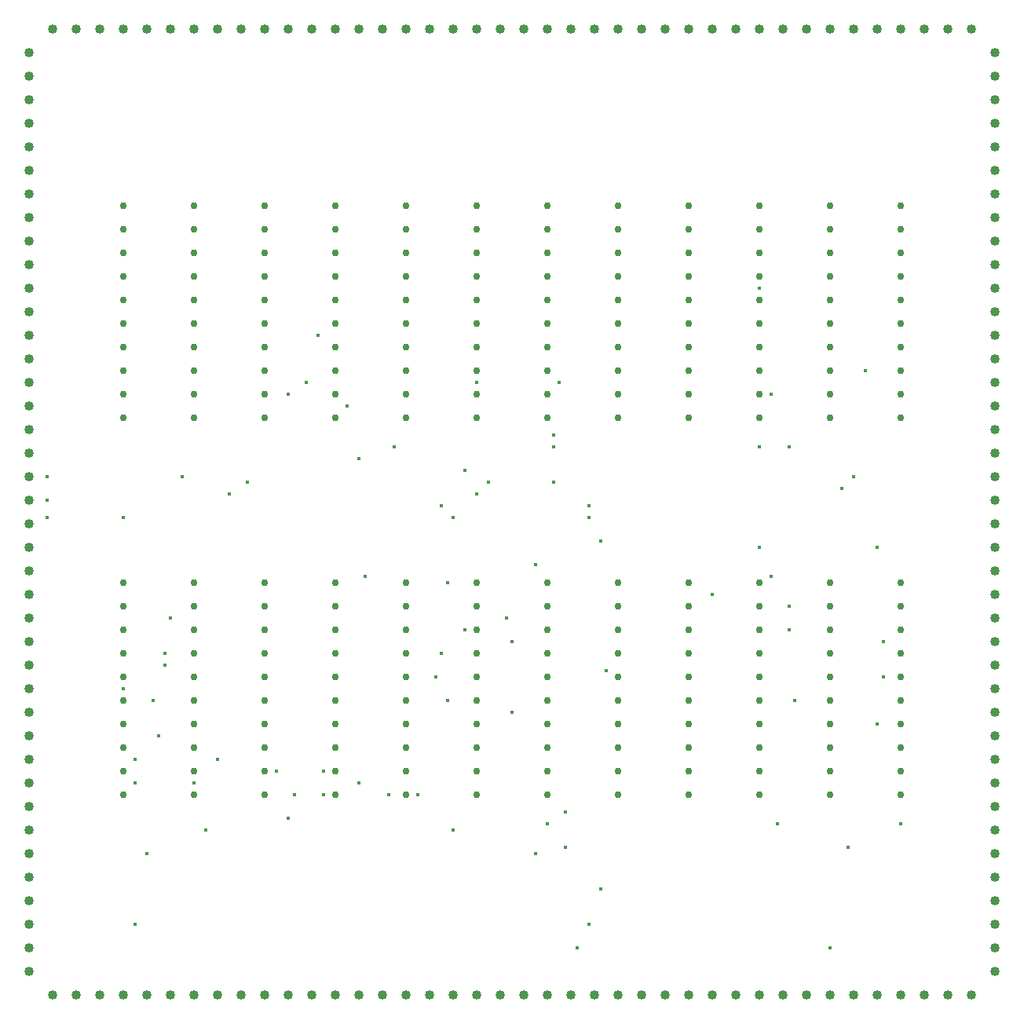
<source format=gbr>
G04 PROTEUS GERBER X2 FILE*
%TF.GenerationSoftware,Labcenter,Proteus,8.13-SP0-Build31525*%
%TF.CreationDate,2022-07-18T16:44:16+00:00*%
%TF.FileFunction,Plated,1,2,PTH*%
%TF.FilePolarity,Positive*%
%TF.Part,Single*%
%TF.SameCoordinates,{5cd33fac-9818-4aa8-8d23-16ed7fe0303d}*%
%FSLAX45Y45*%
%MOMM*%
G01*
%TA.AperFunction,ViaDrill*%
%ADD27C,0.381000*%
%TA.AperFunction,ComponentDrill*%
%ADD28C,1.016000*%
%TA.AperFunction,ComponentDrill*%
%ADD29C,0.762000*%
%TD.AperFunction*%
D27*
X-254000Y+63500D03*
X-2857500Y+63500D03*
X-1587500Y-952500D03*
X-698500Y-1016000D03*
X-3048000Y-63500D03*
X-381000Y-63500D03*
X-2349500Y-3302000D03*
X-2032000Y-3302000D03*
X-2540000Y-3048000D03*
X-2032000Y-3048000D03*
X-635000Y-3683000D03*
X-3302000Y-3683000D03*
X-1651000Y-3175000D03*
X-3429000Y-3175000D03*
X-2095500Y+1651000D03*
X-2222500Y+1143000D03*
X-381000Y+1143000D03*
X-1778000Y+889000D03*
X+2667000Y+2159000D03*
X+2794000Y+1016000D03*
X+2794000Y-952500D03*
X+2857500Y-3619500D03*
X+4191000Y-3619500D03*
X+254000Y-825500D03*
X-3683000Y-1397000D03*
X-63500Y-1397000D03*
X-3746500Y-1778000D03*
X+0Y-1651000D03*
X-3746500Y-1905000D03*
X+254000Y-3937000D03*
X-3937000Y-3937000D03*
X-3873500Y-2286000D03*
X-4191000Y-2159000D03*
X-4064000Y-4699000D03*
X-4064000Y-3175000D03*
X+508000Y+1143000D03*
X-3810000Y-2667000D03*
X+444500Y+571500D03*
X-3175000Y-2921000D03*
X-4064000Y-2921000D03*
X+2984500Y+444500D03*
X-1333500Y-3302000D03*
X-2413000Y-3556000D03*
X+2984500Y-1270000D03*
X-1270000Y+444500D03*
X+3556000Y+0D03*
X+825500Y-4699000D03*
X-508000Y-1524000D03*
X+825500Y-317500D03*
X-635000Y-317500D03*
X+3683000Y+127000D03*
X-762000Y-1778000D03*
X+698500Y-4953000D03*
X-762000Y-190500D03*
X+825500Y-190500D03*
X+952500Y-4318000D03*
X+4000500Y-2032000D03*
X+4000500Y-1651000D03*
X+2984500Y-1524000D03*
X-825500Y-2032000D03*
X+1016000Y-1968500D03*
X+0Y-2413000D03*
X-698500Y-2286000D03*
X+3048000Y-2286000D03*
X-1651000Y+317500D03*
X+444500Y+63500D03*
X+2667000Y+444500D03*
X+444500Y+444500D03*
X+3937000Y-2540000D03*
X+3937000Y-635000D03*
X+2667000Y-635000D03*
X+571500Y-3873500D03*
X+3619500Y-3873500D03*
X-1016000Y-3302000D03*
X+3810000Y+1270000D03*
X+571500Y-3492500D03*
X+3429000Y-4953000D03*
X+381000Y-3619500D03*
X-2413000Y+1016000D03*
X-3556000Y+127000D03*
X-5016500Y+127000D03*
X-508000Y+190500D03*
X-5016500Y-127000D03*
X-4191000Y-317500D03*
X-5016500Y-317500D03*
X+952500Y-571500D03*
X+2159000Y-1143000D03*
D28*
X-2921000Y+4953000D03*
X-2667000Y+4953000D03*
X-2413000Y+4953000D03*
X-2159000Y+4953000D03*
X-1905000Y+4953000D03*
X-1651000Y+4953000D03*
X-1397000Y+4953000D03*
X-1143000Y+4953000D03*
X-889000Y+4953000D03*
X-635000Y+4953000D03*
X-381000Y+4953000D03*
X-127000Y+4953000D03*
X+127000Y+4953000D03*
X+381000Y+4953000D03*
X+635000Y+4953000D03*
X+889000Y+4953000D03*
X+1143000Y+4953000D03*
X+1397000Y+4953000D03*
X+1651000Y+4953000D03*
X+1905000Y+4953000D03*
X+2159000Y+4953000D03*
X+2413000Y+4953000D03*
X+2667000Y+4953000D03*
X+2921000Y+4953000D03*
X+3175000Y+4953000D03*
X+3429000Y+4953000D03*
X+3683000Y+4953000D03*
X+3937000Y+4953000D03*
X+4191000Y+4953000D03*
X+4445000Y+4953000D03*
X+4699000Y+4953000D03*
X+4953000Y+4953000D03*
X-4953000Y+4953000D03*
X-4699000Y+4953000D03*
X-4445000Y+4953000D03*
X-4191000Y+4953000D03*
X-3937000Y+4953000D03*
X-3683000Y+4953000D03*
X-3429000Y+4953000D03*
X-3175000Y+4953000D03*
X-4953000Y-5461000D03*
X-4699000Y-5461000D03*
X-4445000Y-5461000D03*
X-4191000Y-5461000D03*
X-3937000Y-5461000D03*
X-3683000Y-5461000D03*
X-3429000Y-5461000D03*
X-3175000Y-5461000D03*
X-2921000Y-5461000D03*
X-2667000Y-5461000D03*
X-2413000Y-5461000D03*
X-2159000Y-5461000D03*
X-1905000Y-5461000D03*
X-1651000Y-5461000D03*
X-1397000Y-5461000D03*
X-1143000Y-5461000D03*
X-889000Y-5461000D03*
X-635000Y-5461000D03*
X-381000Y-5461000D03*
X-127000Y-5461000D03*
X+127000Y-5461000D03*
X+381000Y-5461000D03*
X+635000Y-5461000D03*
X+889000Y-5461000D03*
X+1143000Y-5461000D03*
X+1397000Y-5461000D03*
X+1651000Y-5461000D03*
X+1905000Y-5461000D03*
X+2159000Y-5461000D03*
X+2413000Y-5461000D03*
X+2667000Y-5461000D03*
X+2921000Y-5461000D03*
X+3175000Y-5461000D03*
X+3429000Y-5461000D03*
X+3683000Y-5461000D03*
X+3937000Y-5461000D03*
X+4191000Y-5461000D03*
X+4445000Y-5461000D03*
X+4699000Y-5461000D03*
X+4953000Y-5461000D03*
X-5207000Y+4699000D03*
X-5207000Y+4445000D03*
X-5207000Y+4191000D03*
X-5207000Y+3937000D03*
X-5207000Y+3683000D03*
X-5207000Y+3429000D03*
X-5207000Y+3175000D03*
X-5207000Y+2921000D03*
X-5207000Y+2667000D03*
X-5207000Y+2413000D03*
X-5207000Y+2159000D03*
X-5207000Y+1905000D03*
X-5207000Y+1651000D03*
X-5207000Y+1397000D03*
X-5207000Y+1143000D03*
X-5207000Y+889000D03*
X-5207000Y+635000D03*
X-5207000Y+381000D03*
X-5207000Y+127000D03*
X-5207000Y-127000D03*
X-5207000Y-381000D03*
X-5207000Y-635000D03*
X-5207000Y-889000D03*
X-5207000Y-1143000D03*
X-5207000Y-1397000D03*
X-5207000Y-1651000D03*
X-5207000Y-1905000D03*
X-5207000Y-2159000D03*
X-5207000Y-2413000D03*
X-5207000Y-2667000D03*
X-5207000Y-2921000D03*
X-5207000Y-3175000D03*
X-5207000Y-3429000D03*
X-5207000Y-3683000D03*
X-5207000Y-3937000D03*
X-5207000Y-4191000D03*
X-5207000Y-4445000D03*
X-5207000Y-4699000D03*
X-5207000Y-4953000D03*
X-5207000Y-5207000D03*
X+5207000Y+4699000D03*
X+5207000Y+4445000D03*
X+5207000Y+4191000D03*
X+5207000Y+3937000D03*
X+5207000Y+3683000D03*
X+5207000Y+3429000D03*
X+5207000Y+3175000D03*
X+5207000Y+2921000D03*
X+5207000Y+2667000D03*
X+5207000Y+2413000D03*
X+5207000Y+2159000D03*
X+5207000Y+1905000D03*
X+5207000Y+1651000D03*
X+5207000Y+1397000D03*
X+5207000Y+1143000D03*
X+5207000Y+889000D03*
X+5207000Y+635000D03*
X+5207000Y+381000D03*
X+5207000Y+127000D03*
X+5207000Y-127000D03*
X+5207000Y-381000D03*
X+5207000Y-635000D03*
X+5207000Y-889000D03*
X+5207000Y-1143000D03*
X+5207000Y-1397000D03*
X+5207000Y-1651000D03*
X+5207000Y-1905000D03*
X+5207000Y-2159000D03*
X+5207000Y-2413000D03*
X+5207000Y-2667000D03*
X+5207000Y-2921000D03*
X+5207000Y-3175000D03*
X+5207000Y-3429000D03*
X+5207000Y-3683000D03*
X+5207000Y-3937000D03*
X+5207000Y-4191000D03*
X+5207000Y-4445000D03*
X+5207000Y-4699000D03*
X+5207000Y-4953000D03*
X+5207000Y-5207000D03*
D29*
X-4191000Y+3048000D03*
X-4191000Y+2794000D03*
X-4191000Y+2540000D03*
X-4191000Y+2286000D03*
X-4191000Y+2032000D03*
X-4191000Y+1778000D03*
X-4191000Y+1524000D03*
X-4191000Y+1270000D03*
X-4191000Y+1016000D03*
X-4191000Y+762000D03*
X-3429000Y+762000D03*
X-3429000Y+1016000D03*
X-3429000Y+1270000D03*
X-3429000Y+1524000D03*
X-3429000Y+1778000D03*
X-3429000Y+2032000D03*
X-3429000Y+2286000D03*
X-3429000Y+2540000D03*
X-3429000Y+2794000D03*
X-3429000Y+3048000D03*
X-1143000Y+3048000D03*
X-1143000Y+2794000D03*
X-1143000Y+2540000D03*
X-1143000Y+2286000D03*
X-1143000Y+2032000D03*
X-1143000Y+1778000D03*
X-1143000Y+1524000D03*
X-1143000Y+1270000D03*
X-1143000Y+1016000D03*
X-1143000Y+762000D03*
X-381000Y+762000D03*
X-381000Y+1016000D03*
X-381000Y+1270000D03*
X-381000Y+1524000D03*
X-381000Y+1778000D03*
X-381000Y+2032000D03*
X-381000Y+2286000D03*
X-381000Y+2540000D03*
X-381000Y+2794000D03*
X-381000Y+3048000D03*
X-2667000Y+3048000D03*
X-2667000Y+2794000D03*
X-2667000Y+2540000D03*
X-2667000Y+2286000D03*
X-2667000Y+2032000D03*
X-2667000Y+1778000D03*
X-2667000Y+1524000D03*
X-2667000Y+1270000D03*
X-2667000Y+1016000D03*
X-2667000Y+762000D03*
X-1905000Y+762000D03*
X-1905000Y+1016000D03*
X-1905000Y+1270000D03*
X-1905000Y+1524000D03*
X-1905000Y+1778000D03*
X-1905000Y+2032000D03*
X-1905000Y+2286000D03*
X-1905000Y+2540000D03*
X-1905000Y+2794000D03*
X-1905000Y+3048000D03*
X-2667000Y-1016000D03*
X-2667000Y-1270000D03*
X-2667000Y-1524000D03*
X-2667000Y-1778000D03*
X-2667000Y-2032000D03*
X-2667000Y-2286000D03*
X-2667000Y-2540000D03*
X-2667000Y-2794000D03*
X-2667000Y-3048000D03*
X-2667000Y-3302000D03*
X-1905000Y-3302000D03*
X-1905000Y-3048000D03*
X-1905000Y-2794000D03*
X-1905000Y-2540000D03*
X-1905000Y-2286000D03*
X-1905000Y-2032000D03*
X-1905000Y-1778000D03*
X-1905000Y-1524000D03*
X-1905000Y-1270000D03*
X-1905000Y-1016000D03*
X-4191000Y-1016000D03*
X-4191000Y-1270000D03*
X-4191000Y-1524000D03*
X-4191000Y-1778000D03*
X-4191000Y-2032000D03*
X-4191000Y-2286000D03*
X-4191000Y-2540000D03*
X-4191000Y-2794000D03*
X-4191000Y-3048000D03*
X-4191000Y-3302000D03*
X-3429000Y-3302000D03*
X-3429000Y-3048000D03*
X-3429000Y-2794000D03*
X-3429000Y-2540000D03*
X-3429000Y-2286000D03*
X-3429000Y-2032000D03*
X-3429000Y-1778000D03*
X-3429000Y-1524000D03*
X-3429000Y-1270000D03*
X-3429000Y-1016000D03*
X-1143000Y-1016000D03*
X-1143000Y-1270000D03*
X-1143000Y-1524000D03*
X-1143000Y-1778000D03*
X-1143000Y-2032000D03*
X-1143000Y-2286000D03*
X-1143000Y-2540000D03*
X-1143000Y-2794000D03*
X-1143000Y-3048000D03*
X-1143000Y-3302000D03*
X-381000Y-3302000D03*
X-381000Y-3048000D03*
X-381000Y-2794000D03*
X-381000Y-2540000D03*
X-381000Y-2286000D03*
X-381000Y-2032000D03*
X-381000Y-1778000D03*
X-381000Y-1524000D03*
X-381000Y-1270000D03*
X-381000Y-1016000D03*
X+1905000Y+3048000D03*
X+1905000Y+2794000D03*
X+1905000Y+2540000D03*
X+1905000Y+2286000D03*
X+1905000Y+2032000D03*
X+1905000Y+1778000D03*
X+1905000Y+1524000D03*
X+1905000Y+1270000D03*
X+1905000Y+1016000D03*
X+1905000Y+762000D03*
X+2667000Y+762000D03*
X+2667000Y+1016000D03*
X+2667000Y+1270000D03*
X+2667000Y+1524000D03*
X+2667000Y+1778000D03*
X+2667000Y+2032000D03*
X+2667000Y+2286000D03*
X+2667000Y+2540000D03*
X+2667000Y+2794000D03*
X+2667000Y+3048000D03*
X+381000Y+3048000D03*
X+381000Y+2794000D03*
X+381000Y+2540000D03*
X+381000Y+2286000D03*
X+381000Y+2032000D03*
X+381000Y+1778000D03*
X+381000Y+1524000D03*
X+381000Y+1270000D03*
X+381000Y+1016000D03*
X+381000Y+762000D03*
X+1143000Y+762000D03*
X+1143000Y+1016000D03*
X+1143000Y+1270000D03*
X+1143000Y+1524000D03*
X+1143000Y+1778000D03*
X+1143000Y+2032000D03*
X+1143000Y+2286000D03*
X+1143000Y+2540000D03*
X+1143000Y+2794000D03*
X+1143000Y+3048000D03*
X+3429000Y+3048000D03*
X+3429000Y+2794000D03*
X+3429000Y+2540000D03*
X+3429000Y+2286000D03*
X+3429000Y+2032000D03*
X+3429000Y+1778000D03*
X+3429000Y+1524000D03*
X+3429000Y+1270000D03*
X+3429000Y+1016000D03*
X+3429000Y+762000D03*
X+4191000Y+762000D03*
X+4191000Y+1016000D03*
X+4191000Y+1270000D03*
X+4191000Y+1524000D03*
X+4191000Y+1778000D03*
X+4191000Y+2032000D03*
X+4191000Y+2286000D03*
X+4191000Y+2540000D03*
X+4191000Y+2794000D03*
X+4191000Y+3048000D03*
X+1905000Y-1016000D03*
X+1905000Y-1270000D03*
X+1905000Y-1524000D03*
X+1905000Y-1778000D03*
X+1905000Y-2032000D03*
X+1905000Y-2286000D03*
X+1905000Y-2540000D03*
X+1905000Y-2794000D03*
X+1905000Y-3048000D03*
X+1905000Y-3302000D03*
X+2667000Y-3302000D03*
X+2667000Y-3048000D03*
X+2667000Y-2794000D03*
X+2667000Y-2540000D03*
X+2667000Y-2286000D03*
X+2667000Y-2032000D03*
X+2667000Y-1778000D03*
X+2667000Y-1524000D03*
X+2667000Y-1270000D03*
X+2667000Y-1016000D03*
X+381000Y-1016000D03*
X+381000Y-1270000D03*
X+381000Y-1524000D03*
X+381000Y-1778000D03*
X+381000Y-2032000D03*
X+381000Y-2286000D03*
X+381000Y-2540000D03*
X+381000Y-2794000D03*
X+381000Y-3048000D03*
X+381000Y-3302000D03*
X+1143000Y-3302000D03*
X+1143000Y-3048000D03*
X+1143000Y-2794000D03*
X+1143000Y-2540000D03*
X+1143000Y-2286000D03*
X+1143000Y-2032000D03*
X+1143000Y-1778000D03*
X+1143000Y-1524000D03*
X+1143000Y-1270000D03*
X+1143000Y-1016000D03*
X+3429000Y-1016000D03*
X+3429000Y-1270000D03*
X+3429000Y-1524000D03*
X+3429000Y-1778000D03*
X+3429000Y-2032000D03*
X+3429000Y-2286000D03*
X+3429000Y-2540000D03*
X+3429000Y-2794000D03*
X+3429000Y-3048000D03*
X+3429000Y-3302000D03*
X+4191000Y-3302000D03*
X+4191000Y-3048000D03*
X+4191000Y-2794000D03*
X+4191000Y-2540000D03*
X+4191000Y-2286000D03*
X+4191000Y-2032000D03*
X+4191000Y-1778000D03*
X+4191000Y-1524000D03*
X+4191000Y-1270000D03*
X+4191000Y-1016000D03*
M02*

</source>
